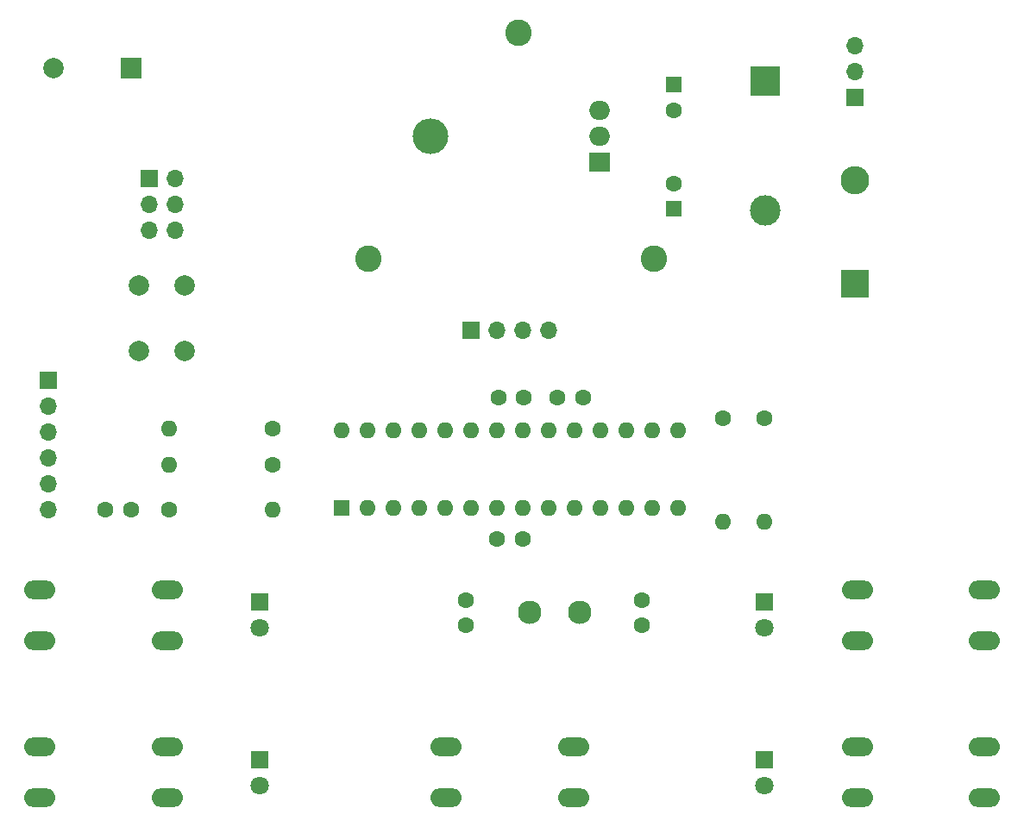
<source format=gbr>
%TF.GenerationSoftware,KiCad,Pcbnew,(5.99.0-12889-g70df3822b5)*%
%TF.CreationDate,2021-11-12T21:26:36+01:00*%
%TF.ProjectId,SimonSays,53696d6f-6e53-4617-9973-2e6b69636164,rev?*%
%TF.SameCoordinates,Original*%
%TF.FileFunction,Soldermask,Top*%
%TF.FilePolarity,Negative*%
%FSLAX46Y46*%
G04 Gerber Fmt 4.6, Leading zero omitted, Abs format (unit mm)*
G04 Created by KiCad (PCBNEW (5.99.0-12889-g70df3822b5)) date 2021-11-12 21:26:36*
%MOMM*%
%LPD*%
G01*
G04 APERTURE LIST*
%ADD10R,2.800000X2.800000*%
%ADD11O,2.800000X2.800000*%
%ADD12R,1.700000X1.700000*%
%ADD13O,1.700000X1.700000*%
%ADD14R,1.600000X1.600000*%
%ADD15O,1.600000X1.600000*%
%ADD16C,1.600000*%
%ADD17R,2.000000X2.000000*%
%ADD18C,2.000000*%
%ADD19R,1.800000X1.800000*%
%ADD20C,1.800000*%
%ADD21O,3.048000X1.850000*%
%ADD22O,3.500000X3.500000*%
%ADD23R,2.000000X1.905000*%
%ADD24O,2.000000X1.905000*%
%ADD25C,2.300000*%
%ADD26C,2.600000*%
%ADD27R,3.000000X3.000000*%
%ADD28C,3.000000*%
G04 APERTURE END LIST*
D10*
%TO.C,D5*%
X128270000Y-69080000D03*
D11*
X128270000Y-58920000D03*
%TD*%
D12*
%TO.C,J1*%
X58973000Y-58743000D03*
D13*
X61513000Y-58743000D03*
X58973000Y-61283000D03*
X61513000Y-61283000D03*
X58973000Y-63823000D03*
X61513000Y-63823000D03*
%TD*%
D14*
%TO.C,U1*%
X77900000Y-91050000D03*
D15*
X80440000Y-91050000D03*
X82980000Y-91050000D03*
X85520000Y-91050000D03*
X88060000Y-91050000D03*
X90600000Y-91050000D03*
X93140000Y-91050000D03*
X95680000Y-91050000D03*
X98220000Y-91050000D03*
X100760000Y-91050000D03*
X103300000Y-91050000D03*
X105840000Y-91050000D03*
X108380000Y-91050000D03*
X110920000Y-91050000D03*
X110920000Y-83430000D03*
X108380000Y-83430000D03*
X105840000Y-83430000D03*
X103300000Y-83430000D03*
X100760000Y-83430000D03*
X98220000Y-83430000D03*
X95680000Y-83430000D03*
X93140000Y-83430000D03*
X90600000Y-83430000D03*
X88060000Y-83430000D03*
X85520000Y-83430000D03*
X82980000Y-83430000D03*
X80440000Y-83430000D03*
X77900000Y-83430000D03*
%TD*%
D14*
%TO.C,C3*%
X110490000Y-61705114D03*
D16*
X110490000Y-59205114D03*
%TD*%
D17*
%TO.C,LS1*%
X57200000Y-47900000D03*
D18*
X49600000Y-47900000D03*
%TD*%
D19*
%TO.C,D2*%
X119380000Y-115765000D03*
D20*
X119380000Y-118305000D03*
%TD*%
D16*
%TO.C,C8*%
X93150000Y-94100000D03*
X95650000Y-94100000D03*
%TD*%
D19*
%TO.C,D4*%
X119380000Y-100325000D03*
D20*
X119380000Y-102865000D03*
%TD*%
D21*
%TO.C,SW7*%
X128470000Y-104100000D03*
X140970000Y-104100000D03*
X128470000Y-99100000D03*
X140970000Y-99100000D03*
%TD*%
D16*
%TO.C,R2*%
X71120000Y-86868000D03*
D15*
X60960000Y-86868000D03*
%TD*%
D21*
%TO.C,SW2*%
X60760000Y-114540000D03*
X48260000Y-114540000D03*
X48260000Y-119540000D03*
X60760000Y-119540000D03*
%TD*%
D16*
%TO.C,C5*%
X95738000Y-80264000D03*
X93238000Y-80264000D03*
%TD*%
D21*
%TO.C,SW5*%
X128470000Y-119540000D03*
X140970000Y-119540000D03*
X128470000Y-114540000D03*
X140970000Y-114540000D03*
%TD*%
D12*
%TO.C,J2*%
X49072000Y-78540000D03*
D13*
X49072000Y-81080000D03*
X49072000Y-83620000D03*
X49072000Y-86160000D03*
X49072000Y-88700000D03*
X49072000Y-91240000D03*
%TD*%
D16*
%TO.C,C7*%
X57200000Y-91240000D03*
X54700000Y-91240000D03*
%TD*%
D21*
%TO.C,SW6*%
X48260000Y-99100000D03*
X60760000Y-99100000D03*
X48260000Y-104100000D03*
X60760000Y-104100000D03*
%TD*%
D22*
%TO.C,U2*%
X86550000Y-54610000D03*
D23*
X103210000Y-57150000D03*
D24*
X103210000Y-54610000D03*
X103210000Y-52070000D03*
%TD*%
D21*
%TO.C,SW4*%
X88140000Y-119540000D03*
X100640000Y-119540000D03*
X88140000Y-114540000D03*
X100640000Y-114540000D03*
%TD*%
D16*
%TO.C,R4*%
X71120000Y-83312000D03*
D15*
X60960000Y-83312000D03*
%TD*%
D16*
%TO.C,R5*%
X119380000Y-82296000D03*
D15*
X119380000Y-92456000D03*
%TD*%
D19*
%TO.C,D3*%
X69850000Y-100325000D03*
D20*
X69850000Y-102865000D03*
%TD*%
D16*
%TO.C,C2*%
X90100000Y-100100000D03*
X90100000Y-102600000D03*
%TD*%
%TO.C,C1*%
X107306000Y-100096001D03*
X107306000Y-102596001D03*
%TD*%
D12*
%TO.C,SW3*%
X128270000Y-50785001D03*
D13*
X128270000Y-48245001D03*
X128270000Y-45705001D03*
%TD*%
D19*
%TO.C,D1*%
X69850000Y-115765000D03*
D20*
X69850000Y-118305000D03*
%TD*%
D16*
%TO.C,C6*%
X99060000Y-80264000D03*
X101560000Y-80264000D03*
%TD*%
%TO.C,R3*%
X115316000Y-82296000D03*
D15*
X115316000Y-92456000D03*
%TD*%
D25*
%TO.C,Y1*%
X101256000Y-101346000D03*
X96356000Y-101346000D03*
%TD*%
D16*
%TO.C,R1*%
X60960000Y-91240000D03*
D15*
X71120000Y-91240000D03*
%TD*%
D12*
%TO.C,J3*%
X90590000Y-73660000D03*
D13*
X93130000Y-73660000D03*
X95670000Y-73660000D03*
X98210000Y-73660000D03*
%TD*%
D14*
%TO.C,C4*%
X110490000Y-49530000D03*
D16*
X110490000Y-52030000D03*
%TD*%
D18*
%TO.C,SW1*%
X57998000Y-75694000D03*
X57998000Y-69194000D03*
X62498000Y-69194000D03*
X62498000Y-75694000D03*
%TD*%
D26*
%TO.C,BT1*%
X95250000Y-44400000D03*
X80500000Y-66600000D03*
X108500000Y-66600000D03*
D27*
X119400000Y-49150000D03*
D28*
X119400000Y-61850000D03*
%TD*%
M02*

</source>
